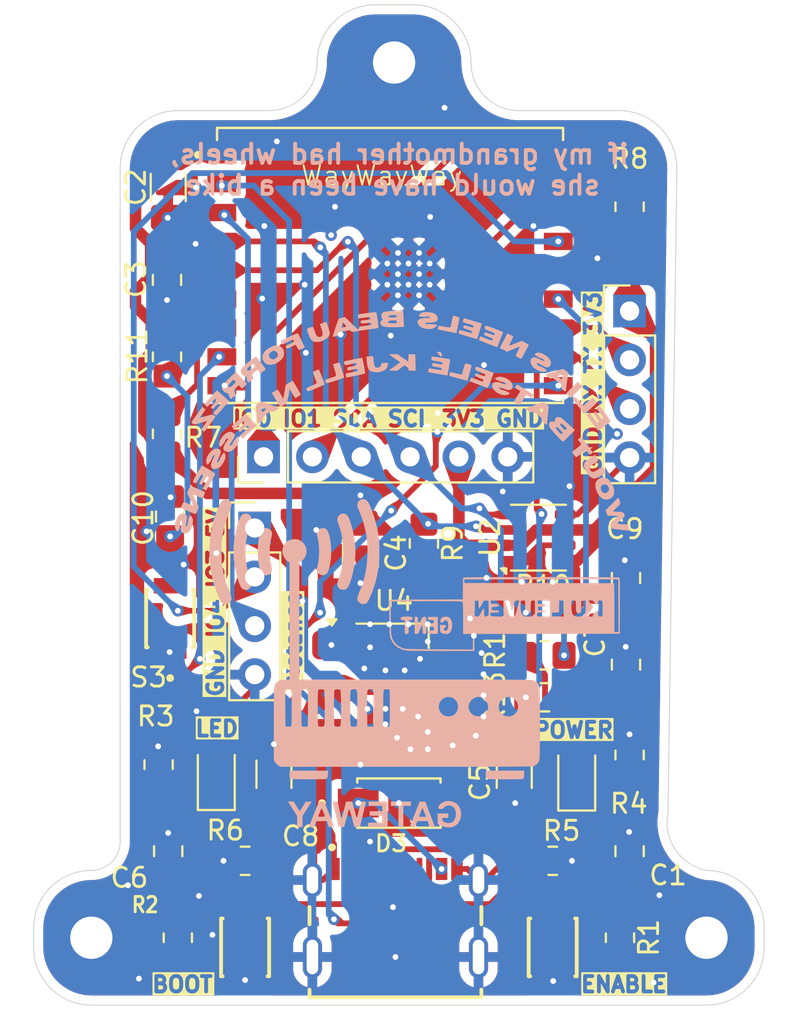
<source format=kicad_pcb>
(kicad_pcb (version 20241229) (generator "pcbnew") (generator_version "9.0")
  (layers (0 "F.Cu" signal) (2 "B.Cu" signal) (13 "F.Paste" user) (15 "B.Paste" user) (5 "F.SilkS" user "F.Silkscreen") (7 "B.SilkS" user "B.Silkscreen") (1 "F.Mask" user) (3 "B.Mask" user) (25 "Edge.Cuts" user))
  (net 0 "")
  (net 1 "EN")
  (net 2 "GND")
  (net 3 "+3.3V")
  (net 4 "+5V")
  (net 5 "BOOT")
  (net 6 "GPIO7")
  (net 7 "RX")
  (net 8 "TX")
  (net 9 "GPIO3")
  (net 10 "GPIO4")
  (net 11 "Net-(J1-DN1)")
  (net 12 "Net-(J1-DP1)")
  (net 13 "Net-(J1-CC2)")
  (net 14 "Net-(J1-CC1)")
  (net 15 "Net-(U1-IO8)")
  (net 16 "Net-(U1-IO2)")
  (net 17 "SDA")
  (net 18 "SCL")
  (net 19 "D-")
  (net 20 "D+")
  (net 22 "Net-(D3-A)")
  (net 23 "unconnected-(J1-SBU1-PadA8)")
  (net 24 "GPIO1")
  (net 25 "LED")
  (net 26 "GPIO0")
  (net 27 "Net-(LED1-K)")
  (net 28 "Net-(POWER1-K)")
  (footprint "Capacitor_SMD:C_1206_3216Metric_Pad1.33x1.80mm_HandSolder" (layer "F.Cu") (at 175.5 104.5 -90)
    (property "Reference" "C4")
    (property "Value" "10u")
  )
  (footprint "Capacitor_SMD:C_0805_2012Metric_Pad1.18x1.45mm_HandSolder" (layer "F.Cu") (at 165.6 102.6 -90)
    (property "Reference" "C10")
    (property "Value" "0.1u")
  )
  (footprint "Resistor_SMD:R_0805_2012Metric_Pad1.20x1.40mm_HandSolder" (layer "F.Cu") (at 189.5 86.5 -90)
    (property "Reference" "R8")
    (property "Value" "10k")
  )
  (footprint "Resistor_SMD:R_0805_2012Metric_Pad1.20x1.40mm_HandSolder" (layer "F.Cu") (at 189 124.5 90)
    (property "Reference" "R1")
    (property "Value" "10k")
  )
  (footprint "Connector_PinHeader_2.54mm:PinHeader_1x04_P2.54mm_Vertical" (layer "F.Cu") (at 189.5 91.92)
    (property "Reference" "J3" (hide yes))
    (property "Value" "Conn_01x04_Pin" (hide yes))
  )
  (footprint "Connector_PinHeader_2.54mm:PinHeader_1x06_P2.54mm_Vertical" (layer "F.Cu") (at 170.46 99.5 90)
    (property "Reference" "J2" (hide yes))
    (property "Value" "Conn_01x06_Pin" (hide yes))
  )
  (footprint "Connector_PinHeader_2.54mm:PinHeader_1x04_P2.54mm_Vertical" (layer "F.Cu") (at 170 103.2)
    (property "Reference" "J4" (hide yes))
    (property "Value" "Conn_01x04_Pin" (hide yes))
  )
  (footprint "Capacitor_SMD:C_0805_2012Metric_Pad1.18x1.45mm_HandSolder" (layer "F.Cu") (at 165.4375 90.3 90)
    (property "Reference" "C3")
    (property "Value" "0.1u")
  )
  (footprint "Capacitor_SMD:C_1206_3216Metric_Pad1.33x1.80mm_HandSolder" (layer "F.Cu") (at 165.5 85.5 90)
    (property "Reference" "C2")
    (property "Value" "10u")
  )
  (footprint "Resistor_SMD:R_0805_2012Metric_Pad1.20x1.40mm_HandSolder" (layer "F.Cu") (at 178.8 104 90)
    (property "Reference" "R9")
    (property "Value" "4.7k")
  )
  (footprint "LED_SMD:LED_0805_2012Metric_Pad1.15x1.40mm_HandSolder" (layer "F.Cu") (at 168 116 90)
    (property "Reference" "LED" (hide yes))
    (property "Value" "LED")
  )
  (footprint "MountingHole:MountingHole_2.2mm_M2_Pad_TopBottom" (layer "F.Cu") (at 177.25 79)
    (property "Reference" "H1" (hide yes))
    (property "Value" "MountingHole_Pad" (hide yes))
  )
  (footprint "Resistor_SMD:R_0805_2012Metric_Pad1.20x1.40mm_HandSolder" (layer "F.Cu") (at 185.1 112)
    (property "Reference" "R13")
    (property "Value" "0")
  )
  (footprint "Resistor_SMD:R_0805_2012Metric_Pad1.20x1.40mm_HandSolder" (layer "F.Cu") (at 165.4375 94.3 90)
    (property "Reference" "R11")
    (property "Value" "10k")
  )
  (footprint "Capacitor_SMD:C_0805_2012Metric_Pad1.18x1.45mm_HandSolder" (layer "F.Cu") (at 189.5 120 -90)
    (property "Reference" "C1")
    (property "Value" "0.1u")
  )
  (footprint "Capacitor_SMD:C_1206_3216Metric_Pad1.33x1.80mm_HandSolder" (layer "F.Cu") (at 171 116 90)
    (property "Reference" "C8")
    (property "Value" "10u")
  )
  (footprint "Resistor_SMD:R_0805_2012Metric_Pad1.20x1.40mm_HandSolder" (layer "F.Cu") (at 185.1 107.6)
    (property "Reference" "R10")
    (property "Value" "4.7k")
  )
  (footprint "Resistor_SMD:R_0805_2012Metric_Pad1.20x1.40mm_HandSolder" (layer "F.Cu") (at 165 115.5 90)
    (property "Reference" "R3")
    (property "Value" "1k")
  )
  (footprint "Resistor_SMD:R_0805_2012Metric_Pad1.20x1.40mm_HandSolder" (layer "F.Cu") (at 185.09 109.82)
    (property "Reference" "R12")
    (property "Value" "0")
  )
  (footprint "Package_LGA:Bosch_LGA-8_3x3mm_P0.8mm_ClockwisePinNumbering" (layer "F.Cu") (at 184.6875 103.7 90)
    (property "Reference" "U2")
    (property "Value" "BME680" (hide yes))
  )
  (footprint "Resistor_SMD:R_0805_2012Metric_Pad1.20x1.40mm_HandSolder" (layer "F.Cu") (at 169.5 120.5 180)
    (property "Reference" "R6")
    (property "Value" "5.1k")
  )
  (footprint "Capacitor_SMD:C_1206_3216Metric_Pad1.33x1.80mm_HandSolder" (layer "F.Cu") (at 183.5 116 -90)
    (property "Reference" "C5")
    (property "Value" "10u")
  )
  (footprint "footprints_iot:XCVR_ESP32-C3-WROOM-02U-N4" (layer "F.Cu") (at 177.04 89.55)
    (property "Reference" "U1" (hide yes))
    (property "Value" "ESP32-C3-WROOM-02U-N4" (hide yes))
  )
  (footprint "LED_SMD:LED_0805_2012Metric_Pad1.15x1.40mm_HandSolder" (layer "F.Cu") (at 186.75 116.025 90)
    (property "Reference" "POWER" (hide yes))
    (property "Value" "LED")
  )
  (footprint "MountingHole:MountingHole_2.2mm_M2_Pad_TopBottom" (layer "F.Cu") (at 193.5 124.5)
    (property "Reference" "H2" (hide yes))
    (property "Value" "MountingHole_Pad" (hide yes))
  )
  (footprint "footprints_iot:GCT_USB4215-03-A_REVA" (layer "F.Cu") (at 177.32 125.5)
    (property "Reference" "J1" (hide yes))
    (property "Value" "USB4215-03-A_REVA" (hide yes))
  )
  (footprint "Resistor_SMD:R_0805_2012Metric_Pad1.20x1.40mm_HandSolder" (layer "F.Cu") (at 165.4375 98.3 -90)
    (property "Reference" "R7")
    (property "Value" "10k")
  )
  (footprint "Capacitor_SMD:C_0805_2012Metric_Pad1.18x1.45mm_HandSolder" (layer "F.Cu") (at 189.3125 110.3 90)
    (property "Reference" "C7")
    (property "Value" "100n")
  )
  (footprint "Capacitor_SMD:C_0805_2012Metric_Pad1.18x1.45mm_HandSolder" (layer "F.Cu") (at 189.3125 105.8 90)
    (property "Reference" "C9")
    (property "Value" "100n")
  )
  (footprint "Resistor_SMD:R_0805_2012Metric_Pad1.20x1.40mm_HandSolder" (layer "F.Cu") (at 189.5 115 90)
    (property "Reference" "R4")
    (property "Value" "1k")
  )
  (footprint "Package_TO_SOT_SMD:SOT-223-3_TabPin2" (layer "F.Cu") (at 177.14 111.58)
    (property "Reference" "U4")
    (property "Value" "AMS1117-3.3" (hide yes))
  )
  (footprint "footprints_iot:SW_SWT0010-015016SSA_REVA" (layer "F.Cu") (at 165.6 107.9 90)
    (property "Reference" "S3")
    (property "Value" "SWT0010-015016SSA_REVA" (hide yes))
  )
  (footprint "footprints_iot:DIOM4325X250N" (layer "F.Cu") (at 177.5 117.5)
    (property "Reference" "D3")
    (property "Value" "D_Schottky" (hide yes))
  )
  (footprint "Capacitor_SMD:C_0805_2012Metric_Pad1.18x1.45mm_HandSolder" (layer "F.Cu") (at 165.5 120 -90)
    (property "Reference" "C6")
    (property "Value" "0.1u")
  )
  (footprint "footprints_iot:SW_SWT0010-015016SSA_REVA" (layer "F.Cu") (at 185.5 125 90)
    (property "Reference" "EN" (hide yes))
    (property "Value" "SWT0010-015016SSA_REVA" (hide yes))
  )
  (footprint "Resistor_SMD:R_0805_2012Metric_Pad1.20x1.40mm_HandSolder" (layer "F.Cu") (at 185.5 120.5)
    (property "Reference" "R5")
    (property "Value" "5.1k")
  )
  (footprint "Resistor_SMD:R_0805_2012Metric_Pad1.20x1.40mm_HandSolder" (layer "F.Cu") (at 166 124.5 -90)
    (property "Reference" "R2")
    (property "Value" "10k")
  )
  (footprint "footprints_iot:SW_SWT0010-015016SSA_REVA" (layer "F.Cu") (at 169.5 125 90)
    (property "Reference" "BOOT" (hide yes))
    (property "Value" "SWT0010-015016SSA_REVA" (hide yes))
  )
  (footprint "MountingHole:MountingHole_2.2mm_M2_Pad_TopBottom" (layer "F.Cu") (at 161.5 124.5)
    (property "Reference" "H3" (hide yes))
    (property "Value" "MountingHole_Pad" (hide yes))
  )
  (footprint "LOGO" (layer "B.Cu") (at 177.4 99.44 180)
    (property "Reference" "G***" (hide yes))
    (property "Value" "LOGO" (hide yes))
  )
  (footprint "LOGO" (layer "B.Cu") (at 183 107.67 180)
    (property "Reference" "G***" (hide yes))
    (property "Value" "LOGO" (hide yes))
  )
  (footprint "LOGO" (layer "B.Cu") (at 176.250232 110.173965 180)
    (property "Reference" "G***" (hide yes))
    (property "Value" "LOGO" (hide yes))
  )
  (gr_line (start 158.5 124) (end 158.5 125) (stroke (width 0.05)) (layer "Edge.Cuts"))
  (gr_line (start 170.5 81.5) (end 170.75 81.5) (stroke (width 0.05)) (layer "Edge.Cuts"))
  (gr_arc (start 173.25 79) (mid 172.517767 80.767767) (end 170.75 81.5) (stroke (width 0.05)) (layer "Edge.Cuts"))
  (gr_line (start 183.75 81.5) (end 188.9586 81.5) (stroke (width 0.05)) (layer "Edge.Cuts"))
  (gr_arc (start 188.958623 81.5) (mid 191.094422 82.393258) (end 191.958341 84.541092) (stroke (width 0.05)) (layer "Edge.Cuts"))
  (gr_arc (start 193.5 121) (mid 191.87868 119.914214) (end 191.5 118) (stroke (width 0.05)) (layer "Edge.Cuts"))
  (gr_arc (start 163 119.5) (mid 162.56066 120.56066) (end 161.5 121) (stroke (width 0.05)) (layer "Edge.Cuts"))
  (gr_arc (start 173.25 79) (mid 174.12868 76.87868) (end 176.25 76) (stroke (width 0.05)) (layer "Edge.Cuts"))
  (gr_line (start 166 81.5) (end 170.5 81.5) (stroke (width 0.05)) (layer "Edge.Cuts"))
  (gr_line (start 163 119.5) (end 163 84.5) (stroke (width 0.05)) (layer "Edge.Cuts"))
  (gr_line (start 191.5 118) (end 191.958341 84.541092) (stroke (width 0.05)) (layer "Edge.Cuts"))
  (gr_arc (start 183.75 81.5) (mid 181.982233 80.767767) (end 181.25 79) (stroke (width 0.05)) (layer "Edge.Cuts"))
  (gr_line (start 178.25 76) (end 176.25 76) (stroke (width 0.05)) (layer "Edge.Cuts"))
  (gr_arc (start 163 84.5) (mid 163.87868 82.37868) (end 166 81.5) (stroke (width 0.05)) (layer "Edge.Cuts"))
  (gr_line (start 161.5 128) (end 193.5 128) (stroke (width 0.05)) (layer "Edge.Cuts"))
  (gr_arc (start 161.5 128) (mid 159.37868 127.12132) (end 158.5 125) (stroke (width 0.05)) (layer "Edge.Cuts"))
  (gr_arc (start 178.25 76) (mid 180.37132 76.87868) (end 181.25 79) (stroke (width 0.05)) (layer "Edge.Cuts"))
  (gr_line (start 196.5 125) (end 196.5 124) (stroke (width 0.05)) (layer "Edge.Cuts"))
  (gr_arc (start 196.5 125) (mid 195.62132 127.12132) (end 193.5 128) (stroke (width 0.05)) (layer "Edge.Cuts"))
  (gr_arc (start 158.5 124) (mid 159.37868 121.87868) (end 161.5 121) (stroke (width 0.05)) (layer "Edge.Cuts"))
  (gr_arc (start 193.5 121) (mid 195.62132 121.87868) (end 196.5 124) (stroke (width 0.05)) (layer "Edge.Cuts"))
  (gr_text "Distance" (at 172.49 111.76 90) (layer "F.SilkS" knockout) (effects (font (size 0.8 0.8) (thickness 0.2) (bold yes)) (justify left bottom)))
  (gr_text "POWER" (at 184.41 114.18 0) (layer "F.SilkS" knockout) (effects (font (size 0.8 0.8) (thickness 0.2) (bold yes)) (justify left bottom)))
  (gr_text "ENABLE" (at 186.86 127.4 0) (layer "F.SilkS" knockout) (effects (font (size 0.8 0.8) (thickness 0.2) (bold yes)) (justify left bottom)))
  (gr_text "WayWayWay" (at 172.33 85.47 0) (layer "F.SilkS") (effects (font (size 1 1) (thickness 0.1)) (justify left bottom)))
  (gr_text "LED" (at 166.81 114.1 0) (layer "F.SilkS" knockout) (effects (font (size 0.8 0.8) (thickness 0.2) (bold yes)) (justify left bottom)))
  (gr_text "IO0 IO1 SDA SCL 3V3 GND" (at 168.76 97.99 0) (layer "F.SilkS" knockout) (effects (font (size 0.8 0.8) (thickness 0.2) (bold yes)) (justify left bottom)))
  (gr_text "BOOT" (at 164.56 127.4 0) (layer "F.SilkS" knockout) (effects (font (size 0.8 0.8) (thickness 0.2) (bold yes)) (justify left bottom)))
  (gr_text "GND RX TX 3V3" (at 188.07 100.49 90) (layer "F.SilkS" knockout) (effects (font (size 0.8 0.8) (thickness 0.2) (bold yes)) (justify left bottom)))
  (gr_text "GND IO4 IO3 5V" (at 168.43 112.07 90) (layer "F.SilkS" knockout) (effects (font (size 0.8 0.8) (thickness 0.2) (bold yes)) (justify left bottom)))
  (gr_text "if my grandmother had wheels, \nshe would have been a bike" (at 177.15 85.96 0) (layer "B.SilkS") (effects (font (size 1 1) (thickness 0.2) (bold yes)) (justify bottom mirror)))
  (segment (start 188.62 125.88) (end 189 125.5) (width 0.3) (layer "F.Cu") (net 1))
  (segment (start 174.12 123.54) (end 174.333 123.753) (width 0.3) (layer "F.Cu") (net 1))
  (segment (start 185.047 123.753) (end 185.5 123.3) (width 0.3) (layer "F.Cu") (net 1))
  (segment (start 168.29 85.399) (end 168.29 85.3) (width 0.3) (layer "F.Cu") (net 1))
  (segment (start 174.333 123.753) (end 185.047 123.753) (width 0.3) (layer "F.Cu") (net 1))
  (segment (start 189 125.5) (end 187.2 123.7) (width 0.3) (layer "F.Cu") (net 1))
  (segment (start 190.051 121.5885) (end 190.051 124.149) (width 0.3) (layer "F.Cu") (net 1))
  (segment (start 187.2 123.7) (end 185.9 123.7) (width 0.3) (layer "F.Cu") (net 1))
  (segment (start 189.5 121.0375) (end 190.051 121.5885) (width 0.3) (layer "F.Cu") (net 1))
  (segment (start 189 125.2) (end 189 125.5) (width 0.3) (layer "F.Cu") (net 1))
  (segment (start 185.9 123.7) (end 185.5 123.3) (width 0.3) (layer "F.Cu") (net 1))
  (segment (start 190.051 124.149) (end 189 125.2) (width 0.3) (layer "F.Cu") (net 1))
  (via (at 174.12 123.54) (size 0.6) (drill 0.3) (layers "F.Cu" "B.Cu") (net 1))
  (via (at 168.29 85.399) (size 0.6) (drill 0.3) (layers "F.Cu" "B.Cu") (net 1))
  (segment (start 173.851 123.29) (end 174.101 123.54) (width 0.3) (layer "B.Cu") (net 1))
  (segment (start 168.29 85.399) (end 169.949 85.399) (width 0.3) (layer "B.Cu") (net 1))
  (segment (start 169.949 85.399) (end 171.79 87.24) (width 0.3) (layer "B.Cu") (net 1))
  (segment (start 171.79 87.24) (end 171.79 111.09) (width 0.3) (layer "B.Cu") (net 1))
  (segment (start 173.851 113.151) (end 173.851 123.29) (width 0.3) (layer "B.Cu") (net 1))
  (segment (start 171.79 111.09) (end 173.851 113.151) (width 0.3) (layer "B.Cu") (net 1))
  (segment (start 174.101 123.54) (end 174.12 123.54) (width 0.3) (layer "B.Cu") (net 1))
  (segment (start 186.15 102.5) (end 186.78 102.5) (width 0.3) (layer "F.Cu") (net 2))
  (segment (start 188.54 100.5) (end 188.5 100.5) (width 0.3) (layer "F.Cu") (net 2))
  (segment (start 183.971916 104.9) (end 183.5 104.9) (width 0.3) (layer "F.Cu") (net 2))
  (segment (start 182 121.5) (end 183 120.5) (width 0.3) (layer "F.Cu") (net 2))
  (segment (start 180.52 120.925) (end 181.065 120.925) (width 0.3) (layer "F.Cu") (net 2))
  (segment (start 181.64 121.5) (end 182 121.5) (width 0.3) (layer "F.Cu") (net 2))
  (segment (start 165.5625 87.0625) (end 166.925 88.425) (width 0.3) (layer "F.Cu") (net 2))
  (segment (start 173 121.5) (end 173.545 121.5) (width 0.3) (layer "F.Cu") (net 2))
  (segment (start 183.55 117.5) (end 183.5 117.5) (width 0.3) (layer "F.Cu") (net 2))
  (segment (start 184.771916 104.1) (end 183.971916 104.9) (width 0.3) (layer "F.Cu") (net 2))
  (segment (start 166.95 88.4) (end 166.925 88.425) (width 0.3) (layer "F.Cu") (net 2))
  (segment (start 165.5 87.0625) (end 165.5625 87.0625) (width 0.3) (layer "F.Cu") (net 2))
  (segment (start 166.95 85.5) (end 166.95 88.4) (width 0.3) (layer "F.Cu") (net 2))
  (segment (start 174.12 120.925) (end 174.12 119.62) (width 0.3) (layer "F.Cu") (net 2))
  (segment (start 185.875 104.1) (end 184.771916 104.1) (width 0.3) (layer "F.Cu") (net 2))
  (segment (start 165.4625 101.5625) (end 164.5 100.6) (width 0.3) (layer "F.Cu") (net 2))
  (segment (start 189.5 99.54) (end 188.54 100.5) (width 0.3) (layer "F.Cu") (net 2))
  (segment (start 181.065 120.925) (end 181.64 121.5) (width 0.3) (layer "F.Cu") (net 2))
  (segment (start 186.78 102.5) (end 187.4 101.88) (width 0.3) (layer "F.Cu") (net 2))
  (segment (start 183.5 117.5) (end 182 119) (width 0.3) (layer "F.Cu") (net 2))
  (segment (start 170 111.5) (end 169.3 112.2) (width 0.3) (layer "F.Cu") (net 2))
  (segment (start 173.545 121.5) (end 174.12 120.925) (width 0.3) (layer "F.Cu") (net 2))
  (via (at 183.9 106) (size 0.6) (drill 0.3) (layers "F.Cu" "B.Cu") (net 2))
  (via (at 172.6 90.55) (size 0.6) (drill 0.3) (layers "F.Cu" "B.Cu") (net 2))
  (via (at 166.3 105.1) (size 0.6) (drill 0.3) (layers "F.Cu" "B.Cu") (net 2))
  (via (at 181.4 108.8) (size 0.6) (drill 0.3) (layers "F.Cu" "B.Cu") (net 2))
  (via (at 181.925 94.725) (size 0.6) (drill 0.3) (layers "F.Cu" "B.Cu") (net 2))
  (via (at 176.8 110.6) (size 0.6) (drill 0.3) (layers "F.Cu" "B.Cu") (net 2))
  (via (at 171.15 83.1) (size 0.6) (drill 0.3) (layers "F.Cu" "B.Cu") (net 2))
  (via (at 165.5 119.05) (size 0.6) (drill 0.3) (layers "F.Cu" "B.Cu") (net 2))
  (via (at 183.55 117.5) (size 0.6) (drill 0.3) (layers "F.Cu" "B.Cu") (net 2))
  (via (at 177.5 117.5) (size 0.6) (drill 0.3) (layers "F.Cu" "B.Cu") (net 2))
  (via (at 186.5 120.5) (size 0.6) (drill 0.3) (layers "F.Cu" "B.Cu") (net 2))
  (via (at 175.5 101.5) (size 0.6) (drill 0.3) (layers "F.Cu" "B.Cu") (net 2))
  (via (at 177.32 125.5) (size 0.6) (drill 0.3) (layers "F.Cu" "B.Cu") (net 2))
  (via (at 179.525 97.225) (size 0.6) (drill 0.3) (layers "F.Cu" "B.Cu") (net 2))
  (via (at 189.475 119) (size 0.6) (drill 0.3) (layers "F.Cu" "B.Cu") (net 2))
  (via (at 178 108.2) (size 0.6) (drill 0.3) (layers "F.Cu" "B.Cu") (net 2))
  (via (at 166.95 85.5) (size 0.6) (drill 0.3) (layers "F.Cu" "B.Cu") (net 2))
  (via (at 175.5 115.5) (size 0.6) (drill 0.3) (layers "F.Cu" "B.Cu") (net 2))
  (via (at 167.8 124.35) (size 0.6) (drill 0.3) (layers "F.Cu" "B.Cu") (net 2))
  (via (at 178.5 113) (size 0.6) (drill 0.3) (layers "F.Cu" "B.Cu") (net 2))
  (via (at 181.9 113) (size 0.6) (drill 0.3) (layers "F.Cu" "B.Cu") (net 2))
  (via (at 179 109.1) (size 0.6) (drill 0.3) (layers "F.Cu" "B.Cu") (net 2))
  (via (at 174.175 86.5) (size 0.6) (drill 0.3) (layers "F.Cu" "B.Cu") (net 2))
  (via (at 177.8 110.6) (size 0.6) (drill 0.3) (layers "F.Cu" "B.Cu") (net 2))
  (via (at 181.5 114) (size 0.6) (drill 0.3) (layers "F.Cu" "B.Cu") (net 2))
  (via (at 181.2 107.9) (size 0.6) (drill 0.3) (layers "F.Cu" "B.Cu") (net 2))
  (via (at 186.375 101.025) (size 0.6) (drill 0.3) (layers "F.Cu" "B.Cu") (net 2))
  (via (at 182.9 101.3) (size 0.6) (drill 0.3) (layers "F.Cu" "B.Cu") (net 2))
  (via (at 174.47 93.14) (size 0.6) (drill 0.3) (layers "F.Cu" "B.Cu") (net 2))
  (via (at 175.5 106.0625) (size 0.6) (drill 0.3) (layers "F.Cu" "B.Cu") (net 2))
  (via (at 177 108.2) (size 0.6) (drill 0.3) (layers "F.Cu" "B.Cu") (net 2))
  (via (at 181.9 110.8) (size 0.6) (drill 0.3) (layers "F.Cu" "B.Cu") (net 2))
  (via (at 168 104.5) (size 0.6) (drill 0.3) (layers "F.Cu" "B.Cu") (net 2))
  (via (at 168.375 120.5) (size 0.6) (drill 0.3) (layers "F.Cu" "B.Cu") (net 2))
  (via (at 177.075 93.2) (size 0.6) (drill 0.3) (layers "F.Cu" "B.Cu") (net 2))
  (via (at 166.925 88.425) (size 0.6) (drill 0.3) (layers "F.Cu" "B.Cu") (net 2))
  (via (at 190.75 126.83) (size 0.6) (drill 0.3) (layers "F.Cu" "B.Cu") (net 2))
  (via (at 177.7 112.6) (size 0.6) (drill 0.3) (layers "F.Cu" "B.Cu") (net 2))
  (via (at 166.970192 112.721514) (size 0.6) (drill 0.3) (layers "F.Cu" "B.Cu") (net 2))
  (via (at 178.6 110) (size 0.6) (drill 0.3) (layers "F.Cu" "B.Cu") (net 2))
  (via (at 179.125 87.025) (size 0.6) (drill 0.3) (layers "F.Cu" "B.Cu") (net 2))
  (via (at 176.8 113.4) (size 0.6) (drill 0.3) (layers "F.Cu" "B.Cu") (net 2))
  (via (at 173.99 109.28) (size 0.6) (drill 0.3) (layers "F.Cu" "B.Cu") (net 2))
  (via (at 167.1 122.325) (size 0.6) (drill 0.3) (layers "F.Cu" "B.Cu") (net 2))
  (via (at 188.85 98.31) (size 0.6) (drill 0.3) (layers "F.Cu" "B.Cu") (net 2))
  (via (at 179 113.8) (size 0.6) (drill 0.3) (layers "F.Cu" "B.Cu") (net 2))
  (via (at 187.825 89.175) (size 0.6) (drill 0.3) (layers "F.Cu" "B.Cu") (net 2))
  (via (at 176 119.5) (size 0.6) (drill 0.3) (layers "F.Cu" "B.Cu") (net 2))
  (via (at 191.05 122.29) (size 0.6) (drill 0.3) (layers "F.Cu" "B.Cu") (net 2))
  (via (at 177.4 114.1) (size 0.6) (drill 0.3) (layers "F.Cu" "B.Cu") (net 2))
  (via (at 164.975 114.55) (size 0.6) (drill 0.3) (layers "F.Cu" "B.Cu") (net 2))
  (via (at 181.8 109.7) (size 0.6) (drill 0.3) (layers "F.Cu" "B.Cu") (net 2))
  (via (at 176 108.2) (size 0.6) (drill 0.3) (layers "F.Cu" "B.Cu") (net 2))
  (via (at 173.2 103.3) (size 0.6) (drill 0.3) (layers "F.Cu" "B.Cu") (net 2))
  (via (at 170.39 91.27) (size 0.6) (drill 0.3) (layers "F.Cu" "B.Cu") (net 2))
  (via (at 165.475 87.075) (size 0.6) (drill 0.3) (layers "F.Cu" "B.Cu") (net 2))
  (via (at 172.66 94.09) (size 0.6) (drill 0.3) (layers "F.Cu" "B.Cu") (net 2))
  (via (at 181.9 111.9) (size 0.6) (drill 0.3) (layers "F.Cu" "B.Cu") (net 2))
  (via (at 182.06 105.79) (size 0.6) (drill 0.3) (layers "F.Cu" "B.Cu") (net 2))
  (via (at 180.3 114.5) (size 0.6) (drill 0.3) (layers "F.Cu" "B.Cu") (net 2))
  (via (at 175.7 110.5) (size 0.6) (drill 0.3) (layers "F.Cu" "B.Cu") (net 2))
  (via (at 184.5 87.5) (size 0.6) (drill 0.3) (layers "F.Cu" "B.Cu") (net 2))
  (via (at 164.375 103.375) (size 0.6) (drill 0.3) (layers "F.Cu" "B.Cu") (net 2))
  (via (at 170.5 87.5) (size 0.6) (drill 0.3) (layers "F.Cu" "B.Cu") (net 2))
  (via (at 189.3 109.375) (size 0.6) (drill 0.3) (layers "F.Cu" "B.Cu") (net 2))
  (via (at 169.5 126.7) (size 0.6) (drill 0.3) (layers "F.Cu" "B.Cu") (net 2))
  (via (at 178.1 114.7) (size 0.6) (drill 0.3) (layers "F.Cu" "B.Cu") (net 2))
  (via (at 181.82 98.05) (size 0.6) (drill 0.3) (layers "F.Cu" "B.Cu") (net 2))
  (via (at 171 114.4375) (size 0.6) (drill 0.3) (layers "F.Cu" "B.Cu") (net 2))
  (via (at 189.5 113.925) (size 0.6) (drill 0.3) (layers "F.Cu" "B.Cu") (net 2))
  (via (at 179.875 81.35) (size 0.6) (drill 0.3) (layers "F.Cu" "B.Cu") (net 2))
  (via (at 185.5 106) (size 0.6) (drill 0.3) (layers "F.Cu" "B.Cu") (net 2))
  (via (at 165.4375 91.35) (size 0.6) (drill 0.3) (layers "F.Cu" "B.Cu") (net 2))
  (via (at 168.43 95.79) (size 0.6) (drill 0.3) (layers "F.Cu" "B.Cu") (net 2))
  (via (at 176 109.4) (size 0.6) (drill 0.3) (layers "F.Cu" "B.Cu") (net 2))
  (via (at 173.975 87.975) (size 0.6) (drill 0.3) (layers "F.Cu" "B.Cu") (net 2))
  (via (at 177.19 122.91) (size 0.6) (drill 0.3) (layers "F.Cu" "B.Cu") (net 2))
  (via (at 179 114.7) (size 0.6) (drill 0.3) (layers "F.Cu" "B.Cu") (net 2))
  (via (at 189.25 104.875) (size 0.6) (drill 0.3) (layers "F.Cu" "B.Cu") (net 2))
  (via (at 165.625 101.6) (size 0.6) (drill 0.3) (layers "F.Cu" "B.Cu") (net 2))
  (via (at 176.8 112.6) (size 0.6) (drill 0.3) (layers "F.Cu" "B.Cu") (net 2))
  (via (at 185.525 126.75) (size 0.6) (drill 0.3) (layers "F.Cu" "B.Cu") (net 2))
  (via (at 179 108.2) (size 0.6) (drill 0.3) (layers "F.Cu" "B.Cu") (net 2))
  (via (at 163.41 121.77) (size 0.6) (drill 0.3) (layers "F.Cu" "B.Cu") (net 2))
  (via (at 165.575 109.65) (size 0.6) (drill 0.3) (layers "F.Cu" "B.Cu") (net 2))
  (via (at 163.975 126.625) (size 0.6) (drill 0.3) (layers "F.Cu" "B.Cu") (net 2))
  (segment (start 186.475 101.125) (end 186.375 101.025) (width 0.3) (layer "B.Cu") (net 2))
  (segment (start 186.15 104.9) (end 186.776262 104.9) (width 0.6) (layer "F.Cu") (net 3))
  (segment (start 180.29 111.58) (end 173.99 111.58) (width 0.6) (layer "F.Cu") (net 3))
  (segment (start 180.62 99.5) (end 180.62 103.5) (width 0.6) (layer "F.Cu") (net 3))
  (segment (start 183.225 104.1) (end 181 104.1) (width 0.6) (layer "F.Cu") (net 3))
  (segment (start 186.6385 106.2) (end 186.6385 106.9115) (width 0.6) (layer "F.Cu") (net 3))
  (segment (start 176.4375 102.9375) (end 179 105.5) (width 0.6) (layer "F.Cu") (net 3))
  (segment (start 185.549 117.693002) (end 185.549 116.201) (width 0.6) (layer "F.Cu") (net 3))
  (segment (start 189.3125 106.8375) (end 190.5385 108.0635) (width 0.6) (layer "F.Cu") (net 3))
  (segment (start 172.401 113.169) (end 172.401 116.1615) (width 0.6) (layer "F.Cu") (net 3))
  (segment (start 167.5375 101.4) (end 172.8 101.4) (width 0.6) (layer "F.Cu") (net 3))
  (segment (start 190.5385 108.0635) (end 190.5385 110.1115) (width 0.6) (layer "F.Cu") (net 3))
  (segment (start 170.255502 118.306998) (end 168.824 118.306998) (width 0.6) (layer "F.Cu") (net 3))
  (segment (start 164.2365 94.501) (end 164.61875 94.11875) (width 0.6) (layer "F.Cu") (net 3))
  (segment (start 180.4 104.1) (end 181 104.1) (width 0.6) (layer "F.Cu") (net 3))
  (segment (start 189.5 91.92) (end 190.851 93.271) (width 0.6) (layer "F.Cu") (net 3))
  (segment (start 165.4375 93.3) (end 164.2365 94.501) (width 0.6) (layer "F.Cu") (net 3))
  (segment (start 165.4375 93.3) (end 164.61875 92.48125) (width 0.6) (layer "F.Cu") (net 3))
  (segment (start 187.3 106.8375) (end 186.7125 106.8375) (width 0.6) (layer "F.Cu") (net 3))
  (segment (start 164.5875 90.1125) (end 164.5875 88.4125) (width 0.6) (layer "F.Cu") (net 3))
  (segment (start 186.15 104.9) (end 186.6385 105.3885) (width 0.6) (layer "F.Cu") (net 3))
  (segment (start 185.549 116.201) (end 186.75 115) (width 0.6) (layer "F.Cu") (net 3))
  (segment (start 186.6385 106.2) (end 186.6625 106.2) (width 0.6) (layer "F.Cu") (net 3))
  (segment (start 179 105.5) (end 180.4 104.1) (width 0.6) (layer "F.Cu") (net 3))
  (segment (start 175.5 102.9375) (end 176.4375 102.9375) (width 0.6) (layer "F.Cu") (net 3))
  (segment (start 189.3125 111.925) (end 186.75 114.4875) (width 0.6) (layer "F.Cu") (net 3))
  (segment (start 187.601 122.101) (end 187.601 119.731998) (width 0.6) (layer "F.Cu") (net 3))
  (segment (start 190.851 100.109) (end 187.66 103.3) (width 0.6) (layer "F.Cu") (net 3))
  (segment (start 180.62 103.5) (end 180.62 103.88) (width 0.6) (layer "F.Cu") (net 3))
  (segment (start 190.851 93.271) (end 190.851 100.109) (width 0.6) (layer "F.Cu") (net 3))
  (segment (start 185.875 107.205) (end 186.11 107.44) (width 0.6) (layer "F.Cu") (net 3))
  (segment (start 167.2 121.232) (end 168.103327 122.135327) (width 0.6) (layer "F.Cu") (net 3))
  (segment (start 187.66 104.016262) (end 187.66 103.3) (width 0.6) (layer "F.Cu") (net 3))
  (segment (start 165.4375 99.3) (end 167.5375 101.4) (width 0.6) (layer "F.Cu") (net 3))
  (segment (start 190.5385 110.1115) (end 189.3125 111.3375) (width 0.6) (layer "F.Cu") (net 3))
  (segment (start 164.35 90.35) (end 164.5875 90.1125) (width 0.6) (layer "F.Cu") (net 3))
  (segment (start 186.7125 106.8375) (end 186.11 107.44) (width 0.6) (layer "F.Cu") (net 3))
  (segment (start 169.87 125.5) (end 166 125.5) (width 0.6) (layer "F.Cu") (net 3))
  (segment (start 174.3375 102.9375) (end 175.5 102.9375) (width 0.6) (layer "F.Cu") (net 3))
  (segment (start 163.8 91.6625) (end 163.8 90.9) (width 0.6) (layer "F.Cu") (net 3))
  (segment (start 164.6 90.1) (end 165.4375 89.2625) (width 0.6) (layer "F.Cu") (net 3))
  (segment (start 164.5875 88.4125) (end 164.3375 88.1625) (width 0.6) (layer "F.Cu") (net 3))
  (segment (start 173.99 111.58) (end 172.401 113.169) (width 0.6) (layer "F.Cu") (net 3))
  (segment (start 189.3125 106.8375) (end 187.3 106.8375) (width 0.6) (layer "F.Cu") (net 3))
  (segment (start 163.8 87.625) (end 163.8 85.6375) (width 0.6) (layer "F.Cu") (net 3))
  (segment (start 164.61875 92.48125) (end 163.8 91.6625) (width 0.6) (layer "F.Cu") (net 3))
  (segment (start 180.62 103.88) (end 180.4 104.1) (width 0.6) (layer "F.Cu") (net 3))
  (segment (start 164.35 90.35) (end 164.6 90.1) (width 0.6) (layer "F.Cu") (net 3))
  (segment (start 171 122.620654) (end 171 124.37) (width 0.6) (layer "F.Cu") (net 3))
  (segment (start 189.3125 111.3375) (end 189.3125 111.925) (width 0.6) (layer "F.Cu") (net 3))
  (segment (start 189.5 87.5) (end 189.5 91.92) (width 0.6) (layer "F.Cu") (net 3))
  (segment (start 186.6385 106.9115) (end 186.11 107.44) (width 0.6) (layer "F.Cu") (net 3))
  (segment (start 165.5 83.9375) (end 165.6375 83.8) (width 0.6) (layer "F.Cu") (net 3))
  (segment (start 184.651262 103.3) (end 186.15 103.3) (width 0.6) (layer "F.Cu") (net 3))
  (segment (start 168.103327 122.135327) (end 170.514673 122.135327) (width 0.6) (layer "F.Cu") (net 3))
  (segment (start 171 117.5625) (end 170.255502 118.306998) (width 0.6) (layer "F.Cu") (net 3))
  (segment (start 171 124.37) (end 169.87 125.5) (width 0.6) (layer "F.Cu") (net 3))
  (segment (start 164.2365 98.099) (end 165.4375 99.3) (width 0.6) (layer "F.Cu") (net 3))
  (segment (start 180.62 103.5) (end 180.62 103.72) (width 0.6) (layer "F.Cu") (net 3))
  (segment (start 183.851262 104.1) (end 184.651262 103.3) (width 0.6) (layer "F.Cu") (net 3))
  (segment (start 164.61875 94.11875) (end 164.61875 92.48125) (width 0.6) (layer "F.Cu") (net 3))
  (segment (start 167.2 119.930998) (end 167.2 121.232) (width 0.6) (layer "F.Cu") (net 3))
  (segment (start 165.6375 83.8) (end 168.29 83.8) (width 0.6) (layer "F.Cu") (net 3))
  (segment (start 180.29 111.58) (end 180.29 106.79) (width 0.6) (layer "F.Cu") (net 3))
  (segment (start 183.5 104.1) (end 183.851262 104.1) (width 0.6) (layer "F.Cu") (net 3))
  (segment (start 186.6625 106.2) (end 187.3 106.8375) (width 0.6) (layer "F.Cu") (net 3))
  (segment (start 187.601 119.731998) (end 185.995002 118.126) (width 0.6) (layer "F.Cu") (net 3))
  (segment (start 163.8 85.6375) (end 165.5 83.9375) (width 0.6) (layer "F.Cu") (net 3))
  (segment (start 165.4375 89.2625) (end 164.5875 88.4125) (width 0.6) (layer "F.Cu") (net 3))
  (segment (start 172.8 101.4) (end 174.3375 102.9375) (width 0.6) (layer "F.Cu") (net 3))
  (segment (start 185.981998 118.126) (end 185.549 117.693002) (width 0.6) (layer "F.Cu") (net 3))
  (segment (start 187.66 103.3) (end 186.15 103.3) (width 0.6) (layer "F.Cu") (net 3))
  (segment (start 186.6385 105.3885) (end 186.6385 106.2) (width 0.6) (layer "F.Cu") (net 3))
  (segment (start 180.29 106.79) (end 179 105.5) (width 0.6) (layer "F.Cu") (net 3))
  (segment (start 185.995002 118.126) (end 185.981998 118.126) (width 0.6) (layer "F.Cu") (net 3))
  (segment (start 164.2365 94.501) (end 164.2365 98.099) (width 0.6) (layer "F.Cu") (net 3))
  (segment (start 168.824 118.306998) (end 167.2 119.930998) (width 0.6) (layer "F.Cu") (net 3))
  (segment (start 170.514673 122.135327) (end 171 122.620654) (width 0.6) (layer "F.Cu") (net 3))
  (segment (start 172.401 116.1615) (end 171 117.5625) (width 0.6) (layer "F.Cu") (net 3))
  (segment (start 186.75 114.4875) (end 186.75 115) (width 0.6) (layer "F.Cu") (net 3))
  (segment (start 189 123.5) (end 187.601 122.101) (width 0.6) (layer "F.Cu") (net 3))
  (segment (start 186.776262 104.9) (end 187.66 104.016262) (width 0.6) (layer "F.Cu") (net 3))
  (segment (start 163.8 90.9) (end 164.35 90.35) (width 0.6) (layer "F.Cu") (net 3))
  (segment (start 164.3375 88.1625) (end 163.8 87.625) (width 0.6) (layer "F.Cu") (net 3))
  (segment (start 180.62 103.72) (end 181 104.1) (width 0.6) (layer "F.Cu") (net 3))
  (segment (start 175.995 113.88) (end 179.615 117.5) (width 0.6) (layer "F.Cu") (net 4))
  (segment (start 175.86 113.02) (end 175 113.88) (width 0.6) (layer "F.Cu") (net 4))
  (segment (start 175 113.88) (end 173.99 113.88) (width 0.6) (layer "F.Cu") (net 4))
  (segment (start 175.86 113.745) (end 175.995 113.88) (width 0.6) (layer "F.Cu") (net 4))
  (segment (start 172.48 105.68) (end 170 103.2) (width 0.6) (layer "F.Cu") (net 4))
  (segment (start 183.5 114.4375) (end 182.6775 114.4375) (width 0.6) (layer "F.Cu") (net 4))
  (segment (start 175.86 112.6) (end 175.86 113.745) (width 0.6) (layer "F.Cu") (net 4))
  (segment (start 172.48 107) (end 172.48 105.68) (width 0.6) (layer "F.Cu") (net 4))
  (segment (start 175.86 112.6) (end 175.86 113.02) (width 0.6) (layer "F.Cu") (net 4))
  (segment (start 182.6775 114.4375) (end 179.615 117.5) (width 0.6) (layer "F.Cu") (net 4))
  (segment (start 173.99 113.88) (end 175.995 113.88) (width 0.6) (layer "F.Cu") (net 4))
  (via (at 172.48 107) (size 0.6) (drill 0.3) (layers "F.Cu" "B.Cu") (net 4))
  (via (at 175.86 112.6) (size 0.6) (drill 0.3) (layers "F.Cu" "B.Cu") (net 4))
  (segment (start 172.48 107) (end 172.48 110.139808) (width 0.6) (layer "B.Cu") (net 4))
  (segment (start 172.48 110.139808) (end 173.260192 110.92) (width 0.6) (layer "B.Cu") (net 4))
  (segment (start 174.18 110.92) (end 175.86 112.6) (width 0.6) (layer "B.Cu") (net 4))
  (segment (start 173.260192 110.92) (end 174.18 110.92) (width 0.6) (layer "B.Cu") (net 4))
  (segment (start 166 121.5375) (end 165.5 121.0375) (width 0.3) (layer "F.Cu") (net 5))
  (segment (start 163.949 119.4865) (end 165.5 121.0375) (width 0.3) (layer "F.Cu") (net 5))
  (segment (start 167.15 110.002) (end 163.949 113.203) (width 0.3) (layer "F.Cu") (net 5))
  (segment (start 166 123.5) (end 166 121.5375) (width 0.3) (layer "F.Cu") (net 5))
  (segment (start 163.949 113.203) (end 163.949 119.4865) (width 0.3) (layer "F.Cu") (net 5))
  (segment (start 166.2 123.3) (end 166 123.5) (width 0.3) (layer "F.Cu") (net 5))
  (segment (start 169.5 123.3) (end 166.2 123.3) (width 0.3) (layer "F.Cu") (net 5))
  (via (at 167.15 110.002) (size 0.6) (drill 0.3) (layers "F.Cu" "B.Cu") (net 5))
  (via (at 168.149 94.3) (size 0.6) (drill 0.3) (layers "F.Cu" "B.Cu") (net 5))
  (segment (start 167.15 95.299) (end 168.149 94.3) (width 0.3) (layer "B.Cu") (net 5))
  (segment (start 167.15 110.002) (end 167.15 95.299) (width 0.3) (layer "B.Cu") (net 5))
  (segment (start 165.6 106.2) (end 165.6 103.6375) (width 0.3) (layer "F.Cu") (net 6))
  (segment (start 165.4375 95.3) (end 166.4885 94.249) (width 0.3) (layer "F.Cu") (net 6))
  (segment (start 166.4885 92.6995) (end 167.888 91.3) (width 0.3) (layer "F.Cu") (net 6))
  (segment (start 166.4885 94.249) (end 166.4885 92.6995) (width 0.3) (layer "F.Cu") (net 6))
  (segment (start 167.888 91.3) (end 168.29 91.3) (width 0.3) (layer "F.Cu") (net 6))
  (via (at 165.6 103.6375) (size 0.6) (drill 0.3) (layers "F.Cu" "B.Cu") (net 6))
  (via (at 165.4375 95.3) (size 0.6) (drill 0.3) (layers "F.Cu" "B.Cu") (net 6))
  (segment (start 166.5 103) (end 166.5 96.3625) (width 0.3) (layer "B.Cu") (net 6))
  (segment (start 166.5 96.3625) (end 165.4375 95.3) (width 0.3) (layer "B.Cu") (net 6))
  (segment (start 165.6 103.6375) (end 165.8625 103.6375) (width 0.3) (layer "B.Cu") (net 6))
  (segment (start 165.8625 103.6375) (end 166.5 103) (width 0.3) (layer "B.Cu") (net 6))
  (segment (start 186.8 94.3) (end 189.5 97) (width 0.3) (layer "F.Cu") (net 7))
  (segment (start 185.79 94.3) (end 186.8 94.3) (width 0.3) (layer "F.Cu") (net 7))
  (segment (start 189.5 94.46) (end 187.84 92.8) (width 0.3) (layer "F.Cu") (net 8))
  (segment (start 187.84 92.8) (end 185.79 92.8) (width 0.3) (layer "F.Cu") (net 8))
  (segment (start 168.24 107.5) (end 170 105.74) (width 0.3) (layer "F.Cu") (net 9))
  (segment (start 166 107.5) (end 168.24 107.5) (width 0.3) (layer "F.Cu") (net 9))
  (via (at 166 107.5) (size 0.6) (drill 0.3) (layers "F.Cu" "B.Cu") (net 9))
  (via (at 185.79 88.3) (size 0.6) (drill 0.3) (layers "F.Cu" "B.Cu") (net 9))
  (segment (start 179.959 84.749) (end 166.751 84.749) (width 0.3) (layer "B.Cu") (net 9))
  (segment (start 183.51 88.3) (end 179.959 84.749) (width 0.3) (layer "B.Cu") (net 9))
  (segment (start 163.7065 87.7935) (end 163.7065 105.2065) (width 0.3) (layer "B.Cu") (net 9))
  (segment (start 166.751 84.749) (end 163.7065 87.7935) (width 0.3) (layer "B.Cu") (net 9))
  (segment (start 185.79 88.3) (end 183.51 88.3) (width 0.3) (layer "B.Cu") (net 9))
  (segment (start 163.7065 105.2065) (end 166 107.5) (width 0.3) (layer "B.Cu") (net 9))
  (segment (start 168.419293 86.929293) (end 168.29 86.8) (width 0.3) (layer "F.Cu") (net 10))
  (via (at 168.419293 86.929293) (size 0.6) (drill 0.3) (layers "F.Cu" "B.Cu") (net 10))
  (segment (start 169.65 97.8) (end 168.799 98.651) (width 0.3) (layer "B.Cu") (net 10))
  (segment (start 168.799 98.651) (end 168.799 107.079) (width 0.3) (layer "B.Cu") (net 10))
  (segment (start 168.799 107.079) (end 170 108.28) (width 0.3) (layer "B.Cu") (net 10))
  (segment (start 168.419293 86.929293) (end 169.65 88.16) (width 0.3) (layer "B.Cu") (net 10))
  (segment (start 169.65 88.16) (end 169.65 97.8) (width 0.3) (layer "B.Cu") (net 10))
  (segment (start 182.249 117.378) (end 182.249 116.89413) (width 0.3) (layer "F.Cu") (net 11))
  (segment (start 177.57 120.13) (end 177.8 119.9) (width 0.3) (layer "F.Cu") (net 11))
  (segment (start 179.727 119.9) (end 182.249 117.378) (width 0.3) (layer "F.Cu") (net 11))
  (segment (start 185.1 110.83) (end 184.09 109.82) (width 0.3) (layer "F.Cu") (net 11))
  (segment (start 177.57 120.925) (end 177.57 120.2) (width 0.3) (layer "F.Cu") (net 11))
  (segment (start 177.8 119.9) (end 179.727 119.9) (width 0.3) (layer "F.Cu") (net 11))
  (segment (start 185.1 114.75687) (end 185.1 110.83) (width 0.3) (layer "F.Cu") (net 11))
  (segment (start 183.30787 116.549) (end 185.1 114.75687) (width 0.3) (layer "F.Cu") (net 11))
  (segment (start 182.59413 116.549) (end 183.30787 116.549) (width 0.3) (layer "F.Cu") (net 11))
  (segment (start 177.27 119.9) (end 177.57 120.2) (width 0.3) (layer "F.Cu") (net 11))
  (segment (start 177.57 120.2) (end 177.57 120.13) (width 0.3) (layer "F.Cu") (net 11))
  (segment (start 177.27 119.9) (end 177.8 119.9) (width 0.3) (layer "F.Cu") (net 11))
  (segment (start 176.57 120.925) (end 176.57 120.13) (width 0.3) (layer "F.Cu") (net 11))
  (segment (start 176.57 120.13) (end 176.8 119.9) (width 0.3) (layer "F.Cu") (net 11))
  (segment (start 176.8 119.9) (end 177.27 119.9) (width 0.3) (layer "F.Cu") (net 11))
  (segment (start 182.249 116.89413) (end 182.59413 116.549) (width 0.3) (layer "F.Cu") (net 11))
  (segment (start 178.07 120.925) (end 178.07 121.851) (width 0.3) (layer "F.Cu") (net 12))
  (segment (start 185.451 121.20587) (end 183.40487 123.252) (width 0.3) (layer "F.Cu") (net 12))
  (segment (start 185.451 119.79413) (end 185.451 121.20587) (width 0.3) (layer "F.Cu") (net 12))
  (segment (start 186.1 113.74687) (end 185.6 114.24687) (width 0.3) (layer "F.Cu") (net 12))
  (segment (start 177.81 121.91) (end 177.29 121.91) (width 0.3) (layer "F.Cu") (net 12))
  (segment (start 178.07 121.65) (end 177.81 121.91) (width 0.3) (layer "F.Cu") (net 12))
  (segment (start 185.8 111.85) (end 186.07 112.12) (width 0.2) (layer "F.Cu") (net 12))
  (segment (start 183.40487 123.252) (end 179.471 123.252) (width 0.3) (layer "F.Cu") (net 12))
  (segment (start 177.29 121.91) (end 177.231 121.851) (width 0.3) (layer "F.Cu") (net 12))
  (segment (start 185.6 114.965391) (end 184.751 115.814391) (width 0.3) (layer "F.Cu") (net 12))
  (segment (start 177.81 121.91) (end 178.129 121.91) (width 0.3) (layer "F.Cu") (net 12))
  (segment (start 179.471 123.252) (end 178.129 121.91) (width 0.3) (layer "F.Cu") (net 12))
  (segment (start 177.07 121.69) (end 177.231 121.851) (width 0.3) (layer "F.Cu") (net 12))
  (segment (start 184.751 115.814391) (end 184.751 119.09413) (width 0.3) (layer "F.Cu") (net 12))
  (segment (start 184.751 119.09413) (end 185.451 119.79413) (width 0.3) (layer "F.Cu") (net 12))
  (segment (start 186.1 112) (end 186.1 113.74687) (width 0.3) (layer "F.Cu") (net 12))
  (segment (start 177.07 120.925) (end 177.07 121.69) (width 0.3) (layer "F.Cu") (net 12))
  (segment (start 178.129 121.91) (end 178.07 121.851) (width 0.3) (layer "F.Cu") (net 12))
  (segment (start 185.6 114.24687) (end 185.6 114.965391) (width 0.3) (layer "F.Cu") (net 12))
  (segment (start 178.07 120.925) (end 178.07 121.65) (width 0.3) (layer "F.Cu") (net 12))
  (segment (start 179.07 120.925) (end 179.07 121.831496) (width 0.3) (layer "F.Cu") (net 13))
  (segment (start 182.249 122.751) (end 184.5 120.5) (width 0.3) (layer "F.Cu") (net 13))
  (segment (start 179.989504 122.751) (end 182.249 122.751) (width 0.3) (layer "F.Cu") (net 13))
  (segment (start 179.07 121.831496) (end 179.989504 122.751) (width 0.3) (layer "F.Cu") (net 13))
  (segment (start 170.5 121.2) (end 172.051 122.751) (width 0.3) (layer "F.Cu") (net 14))
  (segment (start 176.07 121.731) (end 176.07 120.925) (width 0.3) (layer "F.Cu") (net 14))
  (segment (start 172.051 122.751) (end 175.05 122.751) (width 0.3) (layer "F.Cu") (net 14))
  (segment (start 175.05 122.751) (end 176.07 121.731) (width 0.3) (layer "F.Cu") (net 14))
  (segment (start 170.5 120.5) (end 170.5 121.2) (width 0.3) (layer "F.Cu") (net 14))
  (segment (start 167 93.79) (end 167.99 92.8) (width 0.3) (layer "F.Cu") (net 15))
  (segment (start 167.99 92.8) (end 168.29 92.8) (width 0.3) (layer "F.Cu") (net 15))
  (segment (start 165.4375 97.3) (end 167 95.7375) (width 0.3) (layer "F.Cu") (net 15))
  (segment (start 167 95.7375) (end 167 93.79) (width 0.3) (layer "F.Cu") (net 15))
  (segment (start 188.2 86.8) (end 185.79 86.8) (width 0.3) (layer "F.Cu") (net 16))
  (segment (start 189.5 85.5) (end 188.2 86.8) (width 0.3) (layer "F.Cu") (net 16))
  (segment (start 173.1 88.3) (end 168.29 88.3) (width 0.3) (layer "F.Cu") (net 17))
  (segment (start 183.225 103.3) (end 181.7 103.3) (width 0.3) (layer "F.Cu") (net 17))
  (segment (start 181.7 103.3) (end 181.51 103.11) (width 0.3) (layer "F.Cu") (net 17))
  (segment (start 173.41 88.61) (end 173.1 88.3) (width 0.3) (layer "F.Cu") (net 17))
  (via (at 173.41 88.61) (size 0.6) (drill 0.3) (layers "F.Cu" "B.Cu") (net 17))
  (via (at 181.51 103.11) (size 0.6) (drill 0.3) (layers "F.Cu" "B.Cu") (net 17))
  (via (at 179.02 102.98) (size 0.6) (drill 0.3) (layers "F.Cu" "B.Cu") (net 17))
  (segment (start 173.41 88.61) (end 173.7 88.9) (width 0.3) (layer "B.Cu") (net 17))
  (segment (start 173.7 88.9) (end 173.7 97.66) (width 0.3) (layer "B.Cu") (net 17))
  (segment (start 173.7 97.66) (end 175.54 99.5) (width 0.3) (layer "B.Cu") (net 17))
  (segment (start 179.02 102.98) (end 175.54 99.5) (width 0.3) (layer "B.Cu") (net 17))
  (segment (start 179.15 103.11) (end 179.02 102.98) (width 0.3) (layer "B.Cu") (net 17))
  (segment (start 181.51 103.11) (end 179.15 103.11) (width 0.3) (layer "B.Cu") (net 17))
  (segment (start 174.72462 88.31538) (end 173.24 89.8) (width 0.3) (layer "F.Cu") (net 18))
  (segment (start 182.01 102.5) (end 181.69 102.18) (width 0.3) (layer "F.Cu") (net 18))
  (segment (start 182.01 102.5) (end 183.225 102.5) (width 0.3) (layer "F.Cu") (net 18))
  (segment (start 174.84538 88.31538) (end 174.72462 88.31538) (width 0.3) (layer "F.Cu") (net 18))
  (segment (start 173.24 89.8) (end 168.29 89.8) (width 0.3) (layer "F.Cu") (net 18))
  (via (at 174.84538 88.31538) (size 0.6) (drill 0.3) (layers "F.Cu" "B.Cu") (net 18))
  (via (at 181.69 102.18) (size 0.6) (drill 0.3) (layers "F.Cu" "B.Cu") (net 18))
  (via (at 184.1 107.6) (size 0.6) (drill 0.3) (layers "F.Cu" "B.Cu") (net 18))
  (segment (start 175.27 88.74) (end 175.27 96.69) (width 0.3) (layer "B.Cu") (net 18))
  (segment (start 182.8 106.3) (end 182.8 103.29) (width 0.3) (layer "B.Cu") (net 18))
  (segment (start 174.84538 88.31538) (end 175.27 88.74) (width 0.3) (layer "B.Cu") (net 18))
  (segment (start 182.8 103.29) (end 181.69 102.18) (width 0.3) (layer "B.Cu") (net 18))
  (segment (start 181.69 102.18) (end 180.76 102.18) (width 0.3) (layer "B.Cu") (net 18))
  (segment (start 180.76 102.18) (end 178.08 99.5) (width 0.3) (layer "B.Cu") (net 18))
  (segment (start 175.27 96.69) (end 178.08 99.5) (width 0.3) (layer "B.Cu") (net 18))
  (segment (start 184.1 107.6) (end 182.8 106.3) (width 0.3) (layer "B.Cu") (net 18))
  (segment (start 185.84 91.35) (end 185.79 91.3) (width 0.2) (layer "F.Cu") (net 19))
  (segment (start 186.09 109.82) (end 185.591 109.82) (width 0.2) (layer "F.Cu") (net 19))
  (via (at 185.79 91.3) (size 0.6) (drill 0.3) (layers "F.Cu" "B.Cu") (net 19))
  (via (at 186.09 109.82) (size 0.6) (drill 0.3) (layers "F.Cu" "B.Cu") (net 19))
  (segment (start 187.23 92.74) (end 185.79 91.3) (width 0.3) (layer "B.Cu") (net 19))
  (segment (start 186.09 108.519) (end 187.23 107.379) (width 0.3) (layer "B.Cu") (net 19))
  (segment (start 186.09 109.82) (end 186.09 108.519) (width 0.3) (layer "B.Cu") (net 19))
  (segment (start 187.23 107.379) (end 187.23 92.74) (width 0.3) (layer "B.Cu") (net 19))
  (segment (start 185.79 89.8) (end 185.488 89.8) (width 0.2) (layer "F.Cu") (net 20))
  (segment (start 185.488 89.8) (end 184.67 90.618) (width 0.3) (layer "F.Cu") (net 20))
  (segment (start 184.67 90.618) (end 184.67 102.22) (width 0.3) (layer "F.Cu") (net 20))
  (segment (start 184.67 102.22) (end 184.921213 102.471213) (width 0.3) (layer "F.Cu") (net 20))
  (via (at 184.1 112) (size 0.6) (drill 0.3) (layers "F.Cu" "B.Cu") (net 20))
  (via (at 184.921213 102.471213) (size 0.6) (drill 0.3) (layers "F.Cu" "B.Cu") (net 20))
  (segment (start 184.921213 102.528787) (end 184.921213 102.471213) (width 0.3) (layer "B.Cu") (net 20))
  (segment (start 184.1 112) (end 184.8 111.3) (width 0.3) (layer "B.Cu") (net 20))
  (segment (start 184.8 102.65) (end 184.921213 102.528787) (width 0.3) (layer "B.Cu") (net 20))
  (segment (start 184.8 111.3) (end 184.8 102.65) (width 0.3) (layer "B.Cu") (net 20))
  (segment (start 174.85 118.035) (end 175.385 117.5) (width 0.3) (layer "F.Cu") (net 22))
  (segment (start 174.85 120.855) (end 174.85 118.035) (width 0.3) (layer "F.Cu") (net 22))
  (segment (start 174.92 120.925) (end 174.85 120.855) (width 0.3) (layer "F.Cu") (net 22))
  (via (at 175.385 117.5) (size 0.6) (drill 0.3) (layers "F.Cu" "B.Cu") (net 22))
  (via (at 179.72 120.925) (size 0.6) (drill 0.3) (layers "F.Cu" "B.Cu") (net 22))
  (segment (start 179.72 120.925) (end 176.295 117.5) (width 0.3) (layer "B.Cu") (net 22))
  (segment (start 176.295 117.5) (end 175.385 117.5) (width 0.3) (layer "B.Cu") (net 22))
  (segment (start 178.57 120.925) (end 178.57 121.13) (width 0.3) (layer "F.Cu") (net 23))
  (segment (start 173 99.5) (end 182.09 90.41) (width 0.3) (layer "F.Cu") (net 24))
  (segment (start 182.09 90.41) (end 182.09 88.598) (width 0.3) (layer "F.Cu") (net 24))
  (segment (start 182.09 88.598) (end 185.388 85.3) (width 0.3) (layer "F.Cu") (net 24))
  (segment (start 185.388 85.3) (end 185.79 85.3) (width 0.3) (layer "F.Cu") (net 24))
  (segment (start 179.419 98.281) (end 179.419 99.981) (width 0.3) (layer "F.Cu") (net 25))
  (segment (start 172.2 108.8) (end 173.4 107.6) (width 0.3) (layer "F.Cu") (net 25))
  (segment (start 172.2 110.775) (end 172.2 108.8) (width 0.3) (layer "F.Cu") (net 25))
  (segment (start 179.5 98.2) (end 179.419 98.281) (width 0.3) (layer "F.Cu") (net 25))
  (segment (start 179.419 99.981) (end 177.1 102.3) (width 0.3) (layer "F.Cu") (net 25))
  (segment (start 168 114.975) (end 168.5 114.475) (width 0.3) (layer "F.Cu") (net 25))
  (segment (start 168 114.975) (end 172.2 110.775) (width 0.3) (layer "F.Cu") (net 25))
  (via (at 179.5 98.2) (size 0.6) (drill 0.3) (layers "F.Cu" "B.Cu") (net 25))
  (via (at 173.4 107.6) (size 0.6) (drill 0.3) (layers "F.Cu" "B.Cu") (net 25))
  (via (at 177.1 102.3) (size 0.6) (drill 0.3) (layers "F.Cu" "B.Cu") (net 25))
  (via (at 185.79 95.8) (size 0.6) (drill 0.3) (layers "F.Cu" "B.Cu") (net 25))
  (segment (start 177.1 102.3) (end 173.4 106) (width 0.3) (layer "B.Cu") (net 25))
  (segment (start 185.79 95.8) (end 181.9 95.8) (width 0.3) (layer "B.Cu") (net 25))
  (segment (start 181.9 95.8) (end 179.5 98.2) (width 0.3) (layer "B.Cu") (net 25))
  (segment (start 173.4 106) (end 173.4 107.6) (width 0.3) (layer "B.Cu") (net 25))
  (segment (start 180.28 83.8) (end 170.46 93.62) (width 0.3) (layer "F.Cu") (net 26))
  (segment (start 170.46 93.62) (end 170.46 99.5) (width 0.3) (layer "F.Cu") (net 26))
  (segment (start 185.79 83.8) (end 180.28 83.8) (width 0.3) (layer "F.Cu") (net 26))
  (segment (start 167.716293 116.741293) (end 165.241293 116.741293) (width 0.3) (layer "F.Cu") (net 27))
  (segment (start 165.241293 116.741293) (end 165 116.5) (width 0.3) (layer "F.Cu") (net 27))
  (segment (start 168 117.025) (end 167.716293 116.741293) (width 0.3) (layer "F.Cu") (net 27))
  (segment (start 186.75 117.05) (end 188.45 117.05) (width 0.3) (layer "F.Cu") (net 28))
  (segment (start 188.45 117.05) (end 189.5 116) (width 0.3) (layer "F.Cu") (net 28))
  (zone (net 2) (net_name "GND") (layers "F.Cu" "B.Cu") (connect_pads (clearance 0.5)) (min_thickness 0.25) (fill yes (thermal_gap 0.5) (thermal_bridge_width 0.5))
    (polygon (pts (xy 198 129) (xy 156.75 129) (xy 156.75 75.75) (xy 198 75.75)))
  )
)
</source>
